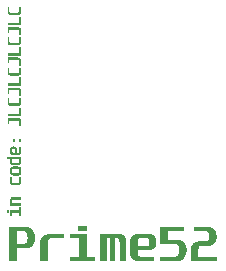
<source format=gbr>
%TF.GenerationSoftware,KiCad,Pcbnew,7.0.5*%
%TF.CreationDate,2024-03-19T15:00:49+08:00*%
%TF.ProjectId,J-50x,4a2d3530-782e-46b6-9963-61645f706362,rev?*%
%TF.SameCoordinates,Original*%
%TF.FileFunction,Legend,Top*%
%TF.FilePolarity,Positive*%
%FSLAX46Y46*%
G04 Gerber Fmt 4.6, Leading zero omitted, Abs format (unit mm)*
G04 Created by KiCad (PCBNEW 7.0.5) date 2024-03-19 15:00:49*
%MOMM*%
%LPD*%
G01*
G04 APERTURE LIST*
%ADD10C,0.150000*%
%ADD11C,0.625000*%
G04 APERTURE END LIST*
D10*
G36*
X35532002Y-131150195D02*
G01*
X35703949Y-131150195D01*
X35703949Y-131407627D01*
X35532002Y-131407627D01*
X35532002Y-131150195D01*
G37*
G36*
X35813370Y-131169734D02*
G01*
X36578583Y-131169734D01*
X36578583Y-130925003D01*
X36720000Y-130925003D01*
X36720000Y-131636727D01*
X36578583Y-131636727D01*
X36578583Y-131387843D01*
X35954787Y-131387843D01*
X35954787Y-131636727D01*
X35813370Y-131636727D01*
X35813370Y-131169734D01*
G37*
G36*
X35813370Y-130290949D02*
G01*
X35813482Y-130279255D01*
X35813817Y-130267896D01*
X35814375Y-130256872D01*
X35815156Y-130246183D01*
X35816161Y-130235829D01*
X35817389Y-130225810D01*
X35818840Y-130216126D01*
X35821122Y-130203734D01*
X35823801Y-130191938D01*
X35826071Y-130183482D01*
X35829547Y-130172636D01*
X35833627Y-130162324D01*
X35838310Y-130152547D01*
X35843595Y-130143304D01*
X35849484Y-130134595D01*
X35855975Y-130126420D01*
X35863070Y-130118780D01*
X35870767Y-130111674D01*
X35879060Y-130105064D01*
X35888063Y-130098913D01*
X35897775Y-130093219D01*
X35908197Y-130087983D01*
X35919329Y-130083205D01*
X35931171Y-130078885D01*
X35940519Y-130075945D01*
X35950265Y-130073263D01*
X35956985Y-130071618D01*
X35967440Y-130069349D01*
X35978380Y-130067302D01*
X35989805Y-130065479D01*
X36001716Y-130063879D01*
X36014111Y-130062502D01*
X36026992Y-130061349D01*
X36040358Y-130060419D01*
X36054209Y-130059712D01*
X36068545Y-130059228D01*
X36078372Y-130059029D01*
X36088414Y-130058930D01*
X36093517Y-130058918D01*
X36720000Y-130058918D01*
X36720000Y-130274096D01*
X36107927Y-130274096D01*
X36096814Y-130274164D01*
X36086189Y-130274371D01*
X36076053Y-130274714D01*
X36064070Y-130275337D01*
X36052850Y-130276174D01*
X36042394Y-130277226D01*
X36032700Y-130278492D01*
X36021981Y-130280272D01*
X36012172Y-130282499D01*
X36001879Y-130285662D01*
X35992825Y-130289432D01*
X35986050Y-130293147D01*
X35977225Y-130299518D01*
X35969984Y-130306817D01*
X35964328Y-130315043D01*
X35961870Y-130320013D01*
X35958446Y-130329583D01*
X35956142Y-130340158D01*
X35955036Y-130350401D01*
X35954787Y-130358604D01*
X35954787Y-130575247D01*
X36720000Y-130575247D01*
X36720000Y-130793356D01*
X35813370Y-130793356D01*
X35813370Y-130290949D01*
G37*
G36*
X35813370Y-128360453D02*
G01*
X35954787Y-128360453D01*
X35954787Y-128764187D01*
X35955126Y-128774891D01*
X35956142Y-128784776D01*
X35958135Y-128795073D01*
X35961434Y-128805379D01*
X35961870Y-128806441D01*
X35966627Y-128815321D01*
X35972929Y-128823004D01*
X35980778Y-128829489D01*
X35985806Y-128832575D01*
X35995041Y-128836788D01*
X36004449Y-128839973D01*
X36015097Y-128842692D01*
X36025209Y-128844649D01*
X36032456Y-128845764D01*
X36044088Y-128847175D01*
X36054621Y-128848128D01*
X36065917Y-128848878D01*
X36077977Y-128849425D01*
X36088174Y-128849717D01*
X36098859Y-128849879D01*
X36107194Y-128849916D01*
X36435945Y-128849916D01*
X36449195Y-128849734D01*
X36461774Y-128849191D01*
X36473681Y-128848284D01*
X36484916Y-128847015D01*
X36495479Y-128845384D01*
X36505371Y-128843390D01*
X36518949Y-128839719D01*
X36531017Y-128835233D01*
X36541572Y-128829930D01*
X36550617Y-128823812D01*
X36558150Y-128816879D01*
X36564173Y-128809129D01*
X36567348Y-128803510D01*
X36570584Y-128793983D01*
X36572779Y-128782756D01*
X36574194Y-128772231D01*
X36575412Y-128759904D01*
X36576432Y-128745773D01*
X36577003Y-128735351D01*
X36577486Y-128724127D01*
X36577881Y-128712102D01*
X36578188Y-128699275D01*
X36578407Y-128685647D01*
X36578539Y-128671218D01*
X36578583Y-128655987D01*
X36578583Y-128645430D01*
X36578583Y-128635395D01*
X36578583Y-128624450D01*
X36578583Y-128614634D01*
X36578583Y-128604185D01*
X36578583Y-128597613D01*
X36578583Y-128585928D01*
X36578583Y-128575910D01*
X36578583Y-128565297D01*
X36578583Y-128554089D01*
X36578583Y-128542285D01*
X36578583Y-128529886D01*
X36578583Y-128516891D01*
X36578583Y-128506755D01*
X36578583Y-128360453D01*
X36720000Y-128360453D01*
X36720000Y-128837459D01*
X36719864Y-128848893D01*
X36719459Y-128860022D01*
X36718782Y-128870846D01*
X36717836Y-128881366D01*
X36716619Y-128891580D01*
X36715131Y-128901490D01*
X36712727Y-128914229D01*
X36709841Y-128926426D01*
X36706476Y-128938081D01*
X36704612Y-128943705D01*
X36700407Y-128954505D01*
X36695606Y-128964801D01*
X36690210Y-128974594D01*
X36684218Y-128983883D01*
X36677631Y-128992668D01*
X36670449Y-129000949D01*
X36662671Y-129008727D01*
X36654298Y-129016001D01*
X36645288Y-129022794D01*
X36635598Y-129029129D01*
X36625229Y-129035006D01*
X36614181Y-129040425D01*
X36602454Y-129045386D01*
X36593212Y-129048807D01*
X36583589Y-129051969D01*
X36573583Y-129054875D01*
X36563196Y-129057522D01*
X36552335Y-129059923D01*
X36541002Y-129062087D01*
X36529197Y-129064016D01*
X36516919Y-129065708D01*
X36504169Y-129067164D01*
X36490947Y-129068384D01*
X36477253Y-129069368D01*
X36463087Y-129070116D01*
X36448448Y-129070628D01*
X36438426Y-129070837D01*
X36428195Y-129070942D01*
X36423000Y-129070956D01*
X36108904Y-129070956D01*
X36098746Y-129070903D01*
X36088788Y-129070746D01*
X36074227Y-129070313D01*
X36060117Y-129069644D01*
X36046458Y-129068739D01*
X36033250Y-129067597D01*
X36020492Y-129066220D01*
X36008185Y-129064606D01*
X35996329Y-129062756D01*
X35984924Y-129060671D01*
X35973970Y-129058349D01*
X35970418Y-129057522D01*
X35959987Y-129054875D01*
X35949942Y-129051969D01*
X35940283Y-129048807D01*
X35931011Y-129045386D01*
X35919249Y-129040425D01*
X35908174Y-129035006D01*
X35897786Y-129029129D01*
X35888085Y-129022794D01*
X35879071Y-129016001D01*
X35870702Y-129008727D01*
X35862936Y-129000949D01*
X35855773Y-128992668D01*
X35849213Y-128983883D01*
X35843255Y-128974594D01*
X35837901Y-128964801D01*
X35833150Y-128954505D01*
X35829002Y-128943705D01*
X35825338Y-128932321D01*
X35822163Y-128920395D01*
X35819476Y-128907927D01*
X35817782Y-128898221D01*
X35816362Y-128888209D01*
X35815217Y-128877893D01*
X35814347Y-128867272D01*
X35813752Y-128856346D01*
X35813431Y-128845116D01*
X35813370Y-128837459D01*
X35813370Y-128360453D01*
G37*
G36*
X36433337Y-127476102D02*
G01*
X36443463Y-127476260D01*
X36453380Y-127476522D01*
X36467861Y-127477112D01*
X36481870Y-127477939D01*
X36495407Y-127479001D01*
X36508472Y-127480300D01*
X36521064Y-127481835D01*
X36533184Y-127483606D01*
X36544832Y-127485613D01*
X36556008Y-127487856D01*
X36563196Y-127489483D01*
X36573583Y-127492096D01*
X36583589Y-127494987D01*
X36593212Y-127498158D01*
X36602454Y-127501607D01*
X36614181Y-127506641D01*
X36625229Y-127512171D01*
X36635598Y-127518197D01*
X36645288Y-127524719D01*
X36654298Y-127531737D01*
X36662671Y-127539183D01*
X36670449Y-127547109D01*
X36677631Y-127555516D01*
X36684218Y-127564405D01*
X36690210Y-127573774D01*
X36695606Y-127583623D01*
X36700407Y-127593954D01*
X36704612Y-127604766D01*
X36708219Y-127616073D01*
X36711344Y-127627892D01*
X36713989Y-127640223D01*
X36716153Y-127653065D01*
X36717460Y-127663032D01*
X36718497Y-127673286D01*
X36719263Y-127683829D01*
X36719759Y-127694659D01*
X36719984Y-127705776D01*
X36720000Y-127709546D01*
X36720000Y-128010697D01*
X36719864Y-128022400D01*
X36719459Y-128033784D01*
X36718782Y-128044851D01*
X36717836Y-128055600D01*
X36716619Y-128066031D01*
X36715131Y-128076145D01*
X36713373Y-128085941D01*
X36710608Y-128098508D01*
X36707362Y-128110510D01*
X36704612Y-128119141D01*
X36700407Y-128130113D01*
X36695606Y-128140558D01*
X36690210Y-128150477D01*
X36684218Y-128159869D01*
X36677631Y-128168734D01*
X36670449Y-128177073D01*
X36662671Y-128184884D01*
X36654298Y-128192170D01*
X36645288Y-128198951D01*
X36635598Y-128205252D01*
X36625229Y-128211072D01*
X36614181Y-128216411D01*
X36602454Y-128221269D01*
X36593212Y-128224597D01*
X36583589Y-128227655D01*
X36573583Y-128230442D01*
X36563196Y-128232958D01*
X36552335Y-128235228D01*
X36541002Y-128237275D01*
X36529197Y-128239098D01*
X36516919Y-128240698D01*
X36504169Y-128242075D01*
X36490947Y-128243228D01*
X36477253Y-128244158D01*
X36463087Y-128244865D01*
X36448448Y-128245349D01*
X36438426Y-128245547D01*
X36428195Y-128245647D01*
X36423000Y-128245659D01*
X36108904Y-128245659D01*
X36098746Y-128245609D01*
X36088788Y-128245461D01*
X36074227Y-128245051D01*
X36060117Y-128244419D01*
X36046458Y-128243563D01*
X36033250Y-128242484D01*
X36020492Y-128241181D01*
X36008185Y-128239656D01*
X35996329Y-128237907D01*
X35984924Y-128235935D01*
X35973970Y-128233740D01*
X35970418Y-128232958D01*
X35959987Y-128230442D01*
X35949942Y-128227655D01*
X35940283Y-128224597D01*
X35931011Y-128221269D01*
X35919249Y-128216411D01*
X35908174Y-128211072D01*
X35897786Y-128205252D01*
X35888085Y-128198951D01*
X35879071Y-128192170D01*
X35870702Y-128184884D01*
X35862936Y-128177073D01*
X35855773Y-128168734D01*
X35849213Y-128159869D01*
X35843255Y-128150477D01*
X35837901Y-128140558D01*
X35833150Y-128130113D01*
X35829002Y-128119141D01*
X35825338Y-128107563D01*
X35822163Y-128095419D01*
X35819476Y-128082711D01*
X35817782Y-128072809D01*
X35816362Y-128062589D01*
X35815217Y-128052052D01*
X35814347Y-128041197D01*
X35813752Y-128030024D01*
X35813431Y-128018534D01*
X35813370Y-128010697D01*
X35813370Y-127938890D01*
X35954787Y-127938890D01*
X35955351Y-127950408D01*
X35957046Y-127961024D01*
X35959870Y-127970741D01*
X35964989Y-127981620D01*
X35971872Y-127991091D01*
X35980521Y-127999155D01*
X35988711Y-128004594D01*
X35990935Y-128005812D01*
X36000609Y-128010220D01*
X36011680Y-128014040D01*
X36024148Y-128017273D01*
X36034415Y-128019311D01*
X36045468Y-128021019D01*
X36057307Y-128022397D01*
X36069932Y-128023444D01*
X36083342Y-128024160D01*
X36097538Y-128024546D01*
X36107438Y-128024619D01*
X36418848Y-128024619D01*
X36429258Y-128024546D01*
X36439300Y-128024325D01*
X36453672Y-128023719D01*
X36467215Y-128022783D01*
X36479930Y-128021515D01*
X36491816Y-128019918D01*
X36502873Y-128017989D01*
X36513102Y-128015730D01*
X36525451Y-128012204D01*
X36536328Y-128008090D01*
X36541214Y-128005812D01*
X36549972Y-128000599D01*
X36559278Y-127992817D01*
X36566759Y-127983626D01*
X36572416Y-127973029D01*
X36575627Y-127963538D01*
X36577671Y-127953146D01*
X36578546Y-127941854D01*
X36578583Y-127938890D01*
X36578583Y-127784040D01*
X36577999Y-127772248D01*
X36576247Y-127761417D01*
X36573328Y-127751548D01*
X36569241Y-127742641D01*
X36562489Y-127732859D01*
X36553913Y-127724580D01*
X36545739Y-127719039D01*
X36541214Y-127716629D01*
X36531116Y-127712336D01*
X36519629Y-127708615D01*
X36510102Y-127706200D01*
X36499794Y-127704107D01*
X36488704Y-127702336D01*
X36476833Y-127700887D01*
X36464180Y-127699760D01*
X36450747Y-127698955D01*
X36436531Y-127698472D01*
X36426620Y-127698329D01*
X36421535Y-127698311D01*
X36107438Y-127698311D01*
X36097538Y-127698382D01*
X36083342Y-127698758D01*
X36069932Y-127699456D01*
X36057307Y-127700475D01*
X36045468Y-127701817D01*
X36034415Y-127703481D01*
X36024148Y-127705466D01*
X36011680Y-127708615D01*
X36000609Y-127712336D01*
X35990935Y-127716629D01*
X35982462Y-127721689D01*
X35973461Y-127729367D01*
X35966224Y-127738548D01*
X35960752Y-127749231D01*
X35957646Y-127758860D01*
X35955669Y-127769450D01*
X35954822Y-127781002D01*
X35954787Y-127784040D01*
X35954787Y-127938890D01*
X35813370Y-127938890D01*
X35813370Y-127709546D01*
X35813507Y-127698339D01*
X35813920Y-127687432D01*
X35814607Y-127676826D01*
X35815568Y-127666521D01*
X35816805Y-127656516D01*
X35818316Y-127646812D01*
X35820758Y-127634340D01*
X35823689Y-127622403D01*
X35827109Y-127611000D01*
X35829002Y-127605498D01*
X35833150Y-127594801D01*
X35837901Y-127584570D01*
X35843255Y-127574804D01*
X35849213Y-127565504D01*
X35855773Y-127556669D01*
X35862936Y-127548300D01*
X35870702Y-127540396D01*
X35879071Y-127532958D01*
X35888085Y-127525986D01*
X35897786Y-127519479D01*
X35908174Y-127513438D01*
X35919249Y-127507862D01*
X35931011Y-127502752D01*
X35940283Y-127499225D01*
X35949942Y-127495960D01*
X35959987Y-127492957D01*
X35970418Y-127490216D01*
X35981222Y-127487684D01*
X35992477Y-127485402D01*
X36004183Y-127483368D01*
X36016340Y-127481583D01*
X36028947Y-127480048D01*
X36042005Y-127478761D01*
X36055514Y-127477724D01*
X36069474Y-127476935D01*
X36083885Y-127476396D01*
X36093742Y-127476174D01*
X36103800Y-127476064D01*
X36108904Y-127476050D01*
X36423000Y-127476050D01*
X36433337Y-127476102D01*
G37*
G36*
X36720000Y-127134598D02*
G01*
X36719845Y-127146076D01*
X36719381Y-127157244D01*
X36718608Y-127168103D01*
X36717527Y-127178654D01*
X36716136Y-127188895D01*
X36714435Y-127198826D01*
X36712426Y-127208449D01*
X36709266Y-127220799D01*
X36705557Y-127232599D01*
X36702414Y-127241088D01*
X36697640Y-127251888D01*
X36692232Y-127262185D01*
X36686191Y-127271977D01*
X36679516Y-127281266D01*
X36672208Y-127290051D01*
X36664266Y-127298333D01*
X36655691Y-127306110D01*
X36646482Y-127313384D01*
X36636613Y-127320177D01*
X36626058Y-127326512D01*
X36614815Y-127332389D01*
X36605932Y-127336496D01*
X36596663Y-127340346D01*
X36587007Y-127343938D01*
X36576965Y-127347273D01*
X36566536Y-127350350D01*
X36555721Y-127353169D01*
X36548297Y-127354905D01*
X36536771Y-127357306D01*
X36524815Y-127359471D01*
X36512430Y-127361399D01*
X36499616Y-127363091D01*
X36486373Y-127364547D01*
X36472700Y-127365767D01*
X36458598Y-127366751D01*
X36444066Y-127367499D01*
X36434140Y-127367866D01*
X36424023Y-127368129D01*
X36413715Y-127368286D01*
X36403217Y-127368339D01*
X36130153Y-127368339D01*
X36119655Y-127368286D01*
X36109350Y-127368129D01*
X36099238Y-127367866D01*
X36089319Y-127367499D01*
X36074801Y-127366751D01*
X36060716Y-127365767D01*
X36047066Y-127364547D01*
X36033849Y-127363091D01*
X36021065Y-127361399D01*
X36008716Y-127359471D01*
X35996800Y-127357306D01*
X35985317Y-127354905D01*
X35974201Y-127352258D01*
X35963475Y-127349353D01*
X35953141Y-127346190D01*
X35943197Y-127342769D01*
X35933643Y-127339092D01*
X35924481Y-127335156D01*
X35912871Y-127329508D01*
X35901957Y-127323402D01*
X35891737Y-127316838D01*
X35886887Y-127313384D01*
X35877682Y-127306110D01*
X35869118Y-127298333D01*
X35861196Y-127290051D01*
X35853914Y-127281266D01*
X35847274Y-127271977D01*
X35841275Y-127262185D01*
X35835917Y-127251888D01*
X35831200Y-127241088D01*
X35827021Y-127229700D01*
X35823399Y-127217763D01*
X35820335Y-127205276D01*
X35818402Y-127195550D01*
X35816783Y-127185515D01*
X35815477Y-127175171D01*
X35814484Y-127164518D01*
X35813805Y-127153556D01*
X35813440Y-127142284D01*
X35813370Y-127134598D01*
X35813370Y-126860314D01*
X35954787Y-126860314D01*
X35954787Y-127065722D01*
X35955091Y-127075855D01*
X35956182Y-127086605D01*
X35958067Y-127096470D01*
X35961137Y-127106510D01*
X35965617Y-127115507D01*
X35971913Y-127123538D01*
X35980025Y-127130602D01*
X35985317Y-127134110D01*
X35994873Y-127139010D01*
X36004487Y-127142721D01*
X36015269Y-127145895D01*
X36025442Y-127148188D01*
X36032700Y-127149497D01*
X36044384Y-127151157D01*
X36055038Y-127152278D01*
X36066528Y-127153161D01*
X36076320Y-127153695D01*
X36086647Y-127154077D01*
X36097508Y-127154306D01*
X36108904Y-127154382D01*
X36324082Y-127154382D01*
X36334541Y-127154354D01*
X36344732Y-127154271D01*
X36354653Y-127154133D01*
X36369031Y-127153822D01*
X36382803Y-127153386D01*
X36395970Y-127152826D01*
X36408532Y-127152141D01*
X36420488Y-127151332D01*
X36431839Y-127150398D01*
X36442584Y-127149339D01*
X36452724Y-127148157D01*
X36459148Y-127147299D01*
X36471303Y-127145364D01*
X36482733Y-127143101D01*
X36493438Y-127140510D01*
X36503417Y-127137590D01*
X36512672Y-127134343D01*
X36523220Y-127129821D01*
X36532636Y-127124788D01*
X36536085Y-127122630D01*
X36544015Y-127116813D01*
X36552304Y-127108982D01*
X36559254Y-127100223D01*
X36564864Y-127090538D01*
X36569134Y-127079925D01*
X36570767Y-127074270D01*
X36573019Y-127064165D01*
X36574889Y-127053238D01*
X36576377Y-127041487D01*
X36577293Y-127031494D01*
X36577965Y-127020975D01*
X36578392Y-127009928D01*
X36578575Y-126998355D01*
X36578583Y-126995380D01*
X36578583Y-126860314D01*
X35954787Y-126860314D01*
X35813370Y-126860314D01*
X35532002Y-126860314D01*
X35532002Y-126642205D01*
X36720000Y-126642205D01*
X36720000Y-127134598D01*
G37*
G36*
X36099985Y-125781927D02*
G01*
X36116582Y-125782497D01*
X36132561Y-125783446D01*
X36147922Y-125784775D01*
X36162664Y-125786484D01*
X36176788Y-125788572D01*
X36190294Y-125791040D01*
X36203182Y-125793888D01*
X36215451Y-125797116D01*
X36227102Y-125800723D01*
X36238135Y-125804710D01*
X36248550Y-125809077D01*
X36258346Y-125813824D01*
X36267524Y-125818950D01*
X36276084Y-125824456D01*
X36284026Y-125830341D01*
X36294895Y-125839867D01*
X36304694Y-125850217D01*
X36313425Y-125861391D01*
X36321086Y-125873389D01*
X36327678Y-125886212D01*
X36331479Y-125895218D01*
X36334805Y-125904591D01*
X36337656Y-125914330D01*
X36340032Y-125924436D01*
X36341932Y-125934908D01*
X36343358Y-125945746D01*
X36344308Y-125956951D01*
X36344783Y-125968522D01*
X36344842Y-125974445D01*
X36344842Y-126299532D01*
X36424710Y-126299532D01*
X36436983Y-126299456D01*
X36448646Y-126299227D01*
X36459698Y-126298845D01*
X36470139Y-126298311D01*
X36479970Y-126297624D01*
X36491400Y-126296550D01*
X36501875Y-126295239D01*
X36505799Y-126294647D01*
X36516824Y-126292540D01*
X36526819Y-126289884D01*
X36537177Y-126286091D01*
X36546133Y-126281550D01*
X36552693Y-126277062D01*
X36560051Y-126270146D01*
X36566004Y-126262102D01*
X36570553Y-126252927D01*
X36573698Y-126242623D01*
X36575601Y-126232515D01*
X36577037Y-126221426D01*
X36577896Y-126211139D01*
X36578411Y-126200131D01*
X36578583Y-126188401D01*
X36578583Y-125859162D01*
X36720000Y-125859162D01*
X36720000Y-126286831D01*
X36719864Y-126298302D01*
X36719459Y-126309451D01*
X36718782Y-126320279D01*
X36717836Y-126330784D01*
X36716619Y-126340967D01*
X36715131Y-126350828D01*
X36712727Y-126363475D01*
X36709841Y-126375550D01*
X36706476Y-126387052D01*
X36704612Y-126392588D01*
X36700407Y-126403217D01*
X36695606Y-126413364D01*
X36690210Y-126423031D01*
X36684218Y-126432217D01*
X36677631Y-126440922D01*
X36670449Y-126449146D01*
X36662671Y-126456889D01*
X36654298Y-126464152D01*
X36645288Y-126470945D01*
X36635598Y-126477280D01*
X36625229Y-126483157D01*
X36614181Y-126488576D01*
X36602454Y-126493537D01*
X36593212Y-126496957D01*
X36583589Y-126500120D01*
X36573583Y-126503025D01*
X36563196Y-126505673D01*
X36552335Y-126508074D01*
X36541002Y-126510238D01*
X36529197Y-126512167D01*
X36516919Y-126513859D01*
X36504169Y-126515315D01*
X36490947Y-126516535D01*
X36477253Y-126517519D01*
X36463087Y-126518267D01*
X36448448Y-126518778D01*
X36438426Y-126518988D01*
X36428195Y-126519093D01*
X36423000Y-126519106D01*
X36108904Y-126519106D01*
X36098746Y-126519054D01*
X36088788Y-126518896D01*
X36074227Y-126518463D01*
X36060117Y-126517794D01*
X36046458Y-126516889D01*
X36033250Y-126515748D01*
X36020492Y-126514370D01*
X36008185Y-126512757D01*
X35996329Y-126510907D01*
X35984924Y-126508821D01*
X35973970Y-126506499D01*
X35970418Y-126505673D01*
X35959987Y-126503025D01*
X35949942Y-126500120D01*
X35940283Y-126496957D01*
X35931011Y-126493537D01*
X35919249Y-126488576D01*
X35908174Y-126483157D01*
X35897786Y-126477280D01*
X35888085Y-126470945D01*
X35879071Y-126464152D01*
X35870702Y-126456889D01*
X35862936Y-126449146D01*
X35855773Y-126440922D01*
X35849213Y-126432217D01*
X35843255Y-126423031D01*
X35837901Y-126413364D01*
X35833150Y-126403217D01*
X35829002Y-126392588D01*
X35825338Y-126381372D01*
X35822163Y-126369584D01*
X35819476Y-126357223D01*
X35817782Y-126347576D01*
X35816362Y-126337608D01*
X35815217Y-126327318D01*
X35814347Y-126316705D01*
X35813752Y-126305771D01*
X35813431Y-126294514D01*
X35813370Y-126286831D01*
X35813370Y-126213803D01*
X35954787Y-126213803D01*
X35955137Y-126224423D01*
X35956189Y-126234272D01*
X35958250Y-126244584D01*
X35961663Y-126254980D01*
X35962114Y-126256057D01*
X35967047Y-126264976D01*
X35973603Y-126272775D01*
X35981782Y-126279453D01*
X35987027Y-126282679D01*
X35996476Y-126287182D01*
X36006021Y-126290497D01*
X36016759Y-126293226D01*
X36026911Y-126295101D01*
X36034166Y-126296113D01*
X36045881Y-126297275D01*
X36056470Y-126298059D01*
X36067810Y-126298677D01*
X36079902Y-126299128D01*
X36090116Y-126299368D01*
X36100811Y-126299502D01*
X36109148Y-126299532D01*
X36219790Y-126299532D01*
X36219790Y-126063105D01*
X36219515Y-126052267D01*
X36218691Y-126042222D01*
X36217107Y-126031871D01*
X36215394Y-126024515D01*
X36211668Y-126015060D01*
X36205987Y-126006845D01*
X36198349Y-125999871D01*
X36196587Y-125998625D01*
X36187378Y-125993456D01*
X36177570Y-125989639D01*
X36167736Y-125986901D01*
X36156733Y-125984724D01*
X36155066Y-125984459D01*
X36144272Y-125982965D01*
X36134320Y-125981956D01*
X36123497Y-125981161D01*
X36111804Y-125980582D01*
X36101823Y-125980273D01*
X36091284Y-125980101D01*
X36083014Y-125980062D01*
X36072371Y-125980120D01*
X36062299Y-125980291D01*
X36050515Y-125980667D01*
X36039626Y-125981222D01*
X36029631Y-125981955D01*
X36018817Y-125983071D01*
X36013893Y-125983726D01*
X36003281Y-125985502D01*
X35992641Y-125988220D01*
X35982569Y-125992152D01*
X35975303Y-125996427D01*
X35967361Y-126003505D01*
X35961670Y-126012316D01*
X35958450Y-126021828D01*
X35956679Y-126031610D01*
X35955592Y-126041506D01*
X35954962Y-126052531D01*
X35954787Y-126063105D01*
X35954787Y-126213803D01*
X35813370Y-126213803D01*
X35813370Y-125974445D01*
X35813622Y-125963535D01*
X35814378Y-125952909D01*
X35815637Y-125942568D01*
X35817400Y-125932511D01*
X35819667Y-125922739D01*
X35822438Y-125913250D01*
X35827538Y-125899551D01*
X35833772Y-125886492D01*
X35841139Y-125874072D01*
X35849640Y-125862291D01*
X35855937Y-125854793D01*
X35862738Y-125847580D01*
X35870042Y-125840650D01*
X35877850Y-125834005D01*
X35886207Y-125827676D01*
X35895157Y-125821755D01*
X35904701Y-125816242D01*
X35914838Y-125811138D01*
X35925568Y-125806442D01*
X35936892Y-125802154D01*
X35948809Y-125798275D01*
X35961320Y-125794804D01*
X35974424Y-125791742D01*
X35988122Y-125789087D01*
X36002413Y-125786841D01*
X36017298Y-125785004D01*
X36032775Y-125783575D01*
X36048847Y-125782554D01*
X36065512Y-125781941D01*
X36082770Y-125781737D01*
X36099985Y-125781927D01*
G37*
G36*
X36032212Y-125167466D02*
G01*
X36219790Y-125167466D01*
X36219790Y-125424898D01*
X36032212Y-125424898D01*
X36032212Y-125167466D01*
G37*
G36*
X36532421Y-125167466D02*
G01*
X36720000Y-125167466D01*
X36720000Y-125424898D01*
X36532421Y-125424898D01*
X36532421Y-125167466D01*
G37*
G36*
X35578897Y-123373307D02*
G01*
X36410788Y-123373307D01*
X36422633Y-123373445D01*
X36434353Y-123373857D01*
X36445948Y-123374544D01*
X36457419Y-123375505D01*
X36468766Y-123376742D01*
X36479988Y-123378253D01*
X36491086Y-123380039D01*
X36502059Y-123382100D01*
X36512907Y-123384436D01*
X36523631Y-123387046D01*
X36530711Y-123388939D01*
X36541168Y-123391942D01*
X36551379Y-123395181D01*
X36561346Y-123398657D01*
X36571069Y-123402368D01*
X36580546Y-123406316D01*
X36589779Y-123410500D01*
X36598767Y-123414920D01*
X36607510Y-123419576D01*
X36616009Y-123424468D01*
X36626960Y-123431359D01*
X36629630Y-123433147D01*
X36639911Y-123440531D01*
X36649627Y-123448275D01*
X36658779Y-123456377D01*
X36667365Y-123464837D01*
X36675387Y-123473657D01*
X36682844Y-123482835D01*
X36689736Y-123492372D01*
X36696064Y-123502267D01*
X36701674Y-123512423D01*
X36706536Y-123522860D01*
X36710650Y-123533580D01*
X36714016Y-123544583D01*
X36716634Y-123555867D01*
X36718504Y-123567435D01*
X36719626Y-123579284D01*
X36720000Y-123591416D01*
X36720000Y-124065491D01*
X36578583Y-124065491D01*
X36578583Y-123683007D01*
X36577698Y-123672032D01*
X36575041Y-123661575D01*
X36570614Y-123651637D01*
X36565288Y-123643368D01*
X36564417Y-123642219D01*
X36557752Y-123634473D01*
X36550151Y-123627265D01*
X36541616Y-123620595D01*
X36532146Y-123614463D01*
X36526315Y-123611200D01*
X36517116Y-123606635D01*
X36507470Y-123602464D01*
X36497378Y-123598689D01*
X36486839Y-123595309D01*
X36475854Y-123592323D01*
X36472093Y-123591416D01*
X36462505Y-123589376D01*
X36452821Y-123587681D01*
X36443041Y-123586332D01*
X36433167Y-123585329D01*
X36423197Y-123584672D01*
X36413131Y-123584361D01*
X36409078Y-123584333D01*
X35720314Y-123584333D01*
X35720314Y-123863014D01*
X35578897Y-123863014D01*
X35578897Y-123373307D01*
G37*
G36*
X35578897Y-123009630D02*
G01*
X36578583Y-123009630D01*
X36578583Y-122506001D01*
X36720000Y-122506001D01*
X36720000Y-123227739D01*
X35578897Y-123227739D01*
X35578897Y-123009630D01*
G37*
G36*
X35578897Y-121673621D02*
G01*
X35720314Y-121673621D01*
X35720314Y-122038032D01*
X35720991Y-122048235D01*
X35723025Y-122057900D01*
X35727009Y-122068288D01*
X35731948Y-122076802D01*
X35734480Y-122080286D01*
X35741110Y-122087971D01*
X35748605Y-122095212D01*
X35756965Y-122102009D01*
X35766189Y-122108362D01*
X35771849Y-122111793D01*
X35780833Y-122116607D01*
X35790385Y-122120975D01*
X35800502Y-122124896D01*
X35811187Y-122128371D01*
X35822439Y-122131399D01*
X35826315Y-122132309D01*
X35836074Y-122134280D01*
X35845964Y-122135916D01*
X35855985Y-122137218D01*
X35866138Y-122138186D01*
X35876422Y-122138821D01*
X35886837Y-122139121D01*
X35891039Y-122139148D01*
X36409078Y-122139148D01*
X36419182Y-122138981D01*
X36429190Y-122138480D01*
X36439103Y-122137645D01*
X36448920Y-122136477D01*
X36458642Y-122134974D01*
X36468269Y-122133137D01*
X36472093Y-122132309D01*
X36483227Y-122129456D01*
X36493915Y-122126207D01*
X36504156Y-122122563D01*
X36513950Y-122118525D01*
X36523298Y-122114091D01*
X36526315Y-122112526D01*
X36534947Y-122107548D01*
X36544150Y-122101199D01*
X36552418Y-122094265D01*
X36559751Y-122086746D01*
X36564417Y-122081018D01*
X36569937Y-122072450D01*
X36574101Y-122063414D01*
X36576909Y-122053910D01*
X36578362Y-122043939D01*
X36578583Y-122038032D01*
X36578583Y-121673621D01*
X36720000Y-121673621D01*
X36720000Y-122132309D01*
X36719626Y-122144434D01*
X36718504Y-122156260D01*
X36716634Y-122167789D01*
X36714016Y-122179021D01*
X36710650Y-122189954D01*
X36706536Y-122200590D01*
X36701674Y-122210929D01*
X36696064Y-122220969D01*
X36689748Y-122230625D01*
X36682890Y-122239929D01*
X36675490Y-122248882D01*
X36667548Y-122257484D01*
X36659065Y-122265735D01*
X36650039Y-122273634D01*
X36640472Y-122281183D01*
X36630362Y-122288381D01*
X36619692Y-122295208D01*
X36608564Y-122301646D01*
X36599917Y-122306219D01*
X36591013Y-122310573D01*
X36581851Y-122314708D01*
X36572431Y-122318625D01*
X36562754Y-122322322D01*
X36552819Y-122325800D01*
X36542627Y-122329060D01*
X36532177Y-122332100D01*
X36521523Y-122334850D01*
X36510719Y-122337329D01*
X36499764Y-122339538D01*
X36488660Y-122341477D01*
X36477405Y-122343145D01*
X36465999Y-122344542D01*
X36454444Y-122345669D01*
X36442738Y-122346526D01*
X36430882Y-122347112D01*
X36418876Y-122347427D01*
X36410788Y-122347487D01*
X35892505Y-122347487D01*
X35880130Y-122347352D01*
X35867918Y-122346946D01*
X35855870Y-122346270D01*
X35843984Y-122345323D01*
X35832262Y-122344106D01*
X35820703Y-122342619D01*
X35809307Y-122340861D01*
X35798074Y-122338832D01*
X35787005Y-122336533D01*
X35776098Y-122333963D01*
X35768918Y-122332100D01*
X35758333Y-122329053D01*
X35748009Y-122325774D01*
X35737948Y-122322264D01*
X35728148Y-122318522D01*
X35718611Y-122314547D01*
X35709335Y-122310341D01*
X35700321Y-122305904D01*
X35691569Y-122301234D01*
X35683079Y-122296332D01*
X35672166Y-122289436D01*
X35669511Y-122287648D01*
X35659176Y-122280279D01*
X35649422Y-122272581D01*
X35640248Y-122264555D01*
X35631653Y-122256202D01*
X35623639Y-122247519D01*
X35616205Y-122238509D01*
X35609351Y-122229171D01*
X35603077Y-122219504D01*
X35597410Y-122209486D01*
X35592498Y-122199217D01*
X35588342Y-122188695D01*
X35584942Y-122177922D01*
X35582297Y-122166896D01*
X35580408Y-122155619D01*
X35579275Y-122144090D01*
X35578897Y-122132309D01*
X35578897Y-121673621D01*
G37*
G36*
X35578897Y-120808757D02*
G01*
X36410788Y-120808757D01*
X36422633Y-120808895D01*
X36434353Y-120809307D01*
X36445948Y-120809994D01*
X36457419Y-120810956D01*
X36468766Y-120812192D01*
X36479988Y-120813703D01*
X36491086Y-120815489D01*
X36502059Y-120817550D01*
X36512907Y-120819886D01*
X36523631Y-120822496D01*
X36530711Y-120824389D01*
X36541168Y-120827392D01*
X36551379Y-120830631D01*
X36561346Y-120834107D01*
X36571069Y-120837818D01*
X36580546Y-120841766D01*
X36589779Y-120845950D01*
X36598767Y-120850370D01*
X36607510Y-120855026D01*
X36616009Y-120859918D01*
X36626960Y-120866809D01*
X36629630Y-120868597D01*
X36639911Y-120875981D01*
X36649627Y-120883725D01*
X36658779Y-120891827D01*
X36667365Y-120900287D01*
X36675387Y-120909107D01*
X36682844Y-120918285D01*
X36689736Y-120927822D01*
X36696064Y-120937718D01*
X36701674Y-120947873D01*
X36706536Y-120958310D01*
X36710650Y-120969030D01*
X36714016Y-120980033D01*
X36716634Y-120991317D01*
X36718504Y-121002885D01*
X36719626Y-121014734D01*
X36720000Y-121026866D01*
X36720000Y-121500942D01*
X36578583Y-121500942D01*
X36578583Y-121118457D01*
X36577698Y-121107482D01*
X36575041Y-121097025D01*
X36570614Y-121087087D01*
X36565288Y-121078818D01*
X36564417Y-121077669D01*
X36557752Y-121069923D01*
X36550151Y-121062716D01*
X36541616Y-121056045D01*
X36532146Y-121049913D01*
X36526315Y-121046650D01*
X36517116Y-121042085D01*
X36507470Y-121037914D01*
X36497378Y-121034139D01*
X36486839Y-121030759D01*
X36475854Y-121027774D01*
X36472093Y-121026866D01*
X36462505Y-121024826D01*
X36452821Y-121023131D01*
X36443041Y-121021782D01*
X36433167Y-121020779D01*
X36423197Y-121020122D01*
X36413131Y-121019811D01*
X36409078Y-121019783D01*
X35720314Y-121019783D01*
X35720314Y-121298464D01*
X35578897Y-121298464D01*
X35578897Y-120808757D01*
G37*
G36*
X35578897Y-120445080D02*
G01*
X36578583Y-120445080D01*
X36578583Y-119941451D01*
X36720000Y-119941451D01*
X36720000Y-120663189D01*
X35578897Y-120663189D01*
X35578897Y-120445080D01*
G37*
G36*
X35578897Y-119109071D02*
G01*
X35720314Y-119109071D01*
X35720314Y-119473482D01*
X35720991Y-119483685D01*
X35723025Y-119493350D01*
X35727009Y-119503738D01*
X35731948Y-119512252D01*
X35734480Y-119515736D01*
X35741110Y-119523421D01*
X35748605Y-119530662D01*
X35756965Y-119537459D01*
X35766189Y-119543812D01*
X35771849Y-119547243D01*
X35780833Y-119552057D01*
X35790385Y-119556425D01*
X35800502Y-119560346D01*
X35811187Y-119563821D01*
X35822439Y-119566849D01*
X35826315Y-119567759D01*
X35836074Y-119569730D01*
X35845964Y-119571366D01*
X35855985Y-119572668D01*
X35866138Y-119573637D01*
X35876422Y-119574271D01*
X35886837Y-119574572D01*
X35891039Y-119574598D01*
X36409078Y-119574598D01*
X36419182Y-119574431D01*
X36429190Y-119573930D01*
X36439103Y-119573096D01*
X36448920Y-119571927D01*
X36458642Y-119570424D01*
X36468269Y-119568588D01*
X36472093Y-119567759D01*
X36483227Y-119564906D01*
X36493915Y-119561657D01*
X36504156Y-119558014D01*
X36513950Y-119553975D01*
X36523298Y-119549541D01*
X36526315Y-119547976D01*
X36534947Y-119542998D01*
X36544150Y-119536649D01*
X36552418Y-119529715D01*
X36559751Y-119522196D01*
X36564417Y-119516468D01*
X36569937Y-119507900D01*
X36574101Y-119498864D01*
X36576909Y-119489360D01*
X36578362Y-119479389D01*
X36578583Y-119473482D01*
X36578583Y-119109071D01*
X36720000Y-119109071D01*
X36720000Y-119567759D01*
X36719626Y-119579884D01*
X36718504Y-119591711D01*
X36716634Y-119603240D01*
X36714016Y-119614471D01*
X36710650Y-119625405D01*
X36706536Y-119636041D01*
X36701674Y-119646379D01*
X36696064Y-119656420D01*
X36689748Y-119666075D01*
X36682890Y-119675379D01*
X36675490Y-119684332D01*
X36667548Y-119692934D01*
X36659065Y-119701185D01*
X36650039Y-119709084D01*
X36640472Y-119716633D01*
X36630362Y-119723831D01*
X36619692Y-119730658D01*
X36608564Y-119737096D01*
X36599917Y-119741669D01*
X36591013Y-119746023D01*
X36581851Y-119750159D01*
X36572431Y-119754075D01*
X36562754Y-119757772D01*
X36552819Y-119761250D01*
X36542627Y-119764510D01*
X36532177Y-119767550D01*
X36521523Y-119770300D01*
X36510719Y-119772779D01*
X36499764Y-119774988D01*
X36488660Y-119776927D01*
X36477405Y-119778595D01*
X36465999Y-119779992D01*
X36454444Y-119781119D01*
X36442738Y-119781976D01*
X36430882Y-119782562D01*
X36418876Y-119782877D01*
X36410788Y-119782937D01*
X35892505Y-119782937D01*
X35880130Y-119782802D01*
X35867918Y-119782396D01*
X35855870Y-119781720D01*
X35843984Y-119780774D01*
X35832262Y-119779556D01*
X35820703Y-119778069D01*
X35809307Y-119776311D01*
X35798074Y-119774282D01*
X35787005Y-119771983D01*
X35776098Y-119769413D01*
X35768918Y-119767550D01*
X35758333Y-119764503D01*
X35748009Y-119761225D01*
X35737948Y-119757714D01*
X35728148Y-119753972D01*
X35718611Y-119749998D01*
X35709335Y-119745791D01*
X35700321Y-119741354D01*
X35691569Y-119736684D01*
X35683079Y-119731782D01*
X35672166Y-119724886D01*
X35669511Y-119723098D01*
X35659176Y-119715729D01*
X35649422Y-119708031D01*
X35640248Y-119700005D01*
X35631653Y-119691652D01*
X35623639Y-119682970D01*
X35616205Y-119673959D01*
X35609351Y-119664621D01*
X35603077Y-119654954D01*
X35597410Y-119644936D01*
X35592498Y-119634667D01*
X35588342Y-119624145D01*
X35584942Y-119613372D01*
X35582297Y-119602347D01*
X35580408Y-119591069D01*
X35579275Y-119579540D01*
X35578897Y-119567759D01*
X35578897Y-119109071D01*
G37*
G36*
X35578897Y-118244207D02*
G01*
X36410788Y-118244207D01*
X36422633Y-118244345D01*
X36434353Y-118244757D01*
X36445948Y-118245444D01*
X36457419Y-118246406D01*
X36468766Y-118247642D01*
X36479988Y-118249153D01*
X36491086Y-118250939D01*
X36502059Y-118253000D01*
X36512907Y-118255336D01*
X36523631Y-118257946D01*
X36530711Y-118259839D01*
X36541168Y-118262842D01*
X36551379Y-118266082D01*
X36561346Y-118269557D01*
X36571069Y-118273269D01*
X36580546Y-118277216D01*
X36589779Y-118281400D01*
X36598767Y-118285820D01*
X36607510Y-118290476D01*
X36616009Y-118295368D01*
X36626960Y-118302259D01*
X36629630Y-118304047D01*
X36639911Y-118311431D01*
X36649627Y-118319175D01*
X36658779Y-118327277D01*
X36667365Y-118335737D01*
X36675387Y-118344557D01*
X36682844Y-118353735D01*
X36689736Y-118363272D01*
X36696064Y-118373168D01*
X36701674Y-118383323D01*
X36706536Y-118393760D01*
X36710650Y-118404480D01*
X36714016Y-118415483D01*
X36716634Y-118426768D01*
X36718504Y-118438335D01*
X36719626Y-118450184D01*
X36720000Y-118462316D01*
X36720000Y-118936392D01*
X36578583Y-118936392D01*
X36578583Y-118553907D01*
X36577698Y-118542932D01*
X36575041Y-118532475D01*
X36570614Y-118522537D01*
X36565288Y-118514268D01*
X36564417Y-118513119D01*
X36557752Y-118505373D01*
X36550151Y-118498166D01*
X36541616Y-118491495D01*
X36532146Y-118485363D01*
X36526315Y-118482100D01*
X36517116Y-118477535D01*
X36507470Y-118473364D01*
X36497378Y-118469589D01*
X36486839Y-118466209D01*
X36475854Y-118463224D01*
X36472093Y-118462316D01*
X36462505Y-118460276D01*
X36452821Y-118458581D01*
X36443041Y-118457232D01*
X36433167Y-118456229D01*
X36423197Y-118455572D01*
X36413131Y-118455261D01*
X36409078Y-118455233D01*
X35720314Y-118455233D01*
X35720314Y-118733914D01*
X35578897Y-118733914D01*
X35578897Y-118244207D01*
G37*
G36*
X35578897Y-117880530D02*
G01*
X36578583Y-117880530D01*
X36578583Y-117376901D01*
X36720000Y-117376901D01*
X36720000Y-118098639D01*
X35578897Y-118098639D01*
X35578897Y-117880530D01*
G37*
G36*
X35578897Y-116544521D02*
G01*
X35720314Y-116544521D01*
X35720314Y-116908932D01*
X35720991Y-116919135D01*
X35723025Y-116928800D01*
X35727009Y-116939188D01*
X35731948Y-116947702D01*
X35734480Y-116951186D01*
X35741110Y-116958871D01*
X35748605Y-116966112D01*
X35756965Y-116972909D01*
X35766189Y-116979262D01*
X35771849Y-116982693D01*
X35780833Y-116987507D01*
X35790385Y-116991875D01*
X35800502Y-116995796D01*
X35811187Y-116999271D01*
X35822439Y-117002299D01*
X35826315Y-117003210D01*
X35836074Y-117005180D01*
X35845964Y-117006816D01*
X35855985Y-117008118D01*
X35866138Y-117009087D01*
X35876422Y-117009721D01*
X35886837Y-117010022D01*
X35891039Y-117010048D01*
X36409078Y-117010048D01*
X36419182Y-117009881D01*
X36429190Y-117009380D01*
X36439103Y-117008546D01*
X36448920Y-117007377D01*
X36458642Y-117005874D01*
X36468269Y-117004038D01*
X36472093Y-117003210D01*
X36483227Y-117000356D01*
X36493915Y-116997107D01*
X36504156Y-116993464D01*
X36513950Y-116989425D01*
X36523298Y-116984992D01*
X36526315Y-116983426D01*
X36534947Y-116978448D01*
X36544150Y-116972099D01*
X36552418Y-116965165D01*
X36559751Y-116957647D01*
X36564417Y-116951919D01*
X36569937Y-116943350D01*
X36574101Y-116934314D01*
X36576909Y-116924810D01*
X36578362Y-116914839D01*
X36578583Y-116908932D01*
X36578583Y-116544521D01*
X36720000Y-116544521D01*
X36720000Y-117003210D01*
X36719626Y-117015334D01*
X36718504Y-117027161D01*
X36716634Y-117038690D01*
X36714016Y-117049921D01*
X36710650Y-117060855D01*
X36706536Y-117071491D01*
X36701674Y-117081829D01*
X36696064Y-117091870D01*
X36689748Y-117101525D01*
X36682890Y-117110829D01*
X36675490Y-117119782D01*
X36667548Y-117128384D01*
X36659065Y-117136635D01*
X36650039Y-117144535D01*
X36640472Y-117152083D01*
X36630362Y-117159281D01*
X36619692Y-117166108D01*
X36608564Y-117172546D01*
X36599917Y-117177119D01*
X36591013Y-117181473D01*
X36581851Y-117185609D01*
X36572431Y-117189525D01*
X36562754Y-117193222D01*
X36552819Y-117196700D01*
X36542627Y-117199960D01*
X36532177Y-117203000D01*
X36521523Y-117205750D01*
X36510719Y-117208229D01*
X36499764Y-117210438D01*
X36488660Y-117212377D01*
X36477405Y-117214045D01*
X36465999Y-117215442D01*
X36454444Y-117216569D01*
X36442738Y-117217426D01*
X36430882Y-117218012D01*
X36418876Y-117218327D01*
X36410788Y-117218387D01*
X35892505Y-117218387D01*
X35880130Y-117218252D01*
X35867918Y-117217847D01*
X35855870Y-117217170D01*
X35843984Y-117216224D01*
X35832262Y-117215006D01*
X35820703Y-117213519D01*
X35809307Y-117211761D01*
X35798074Y-117209732D01*
X35787005Y-117207433D01*
X35776098Y-117204864D01*
X35768918Y-117203000D01*
X35758333Y-117199953D01*
X35748009Y-117196675D01*
X35737948Y-117193164D01*
X35728148Y-117189422D01*
X35718611Y-117185448D01*
X35709335Y-117181242D01*
X35700321Y-117176804D01*
X35691569Y-117172134D01*
X35683079Y-117167232D01*
X35672166Y-117160336D01*
X35669511Y-117158548D01*
X35659176Y-117151179D01*
X35649422Y-117143481D01*
X35640248Y-117135456D01*
X35631653Y-117127102D01*
X35623639Y-117118420D01*
X35616205Y-117109409D01*
X35609351Y-117100071D01*
X35603077Y-117090404D01*
X35597410Y-117080386D01*
X35592498Y-117070117D01*
X35588342Y-117059595D01*
X35584942Y-117048822D01*
X35582297Y-117037797D01*
X35580408Y-117026519D01*
X35579275Y-117014990D01*
X35578897Y-117003210D01*
X35578897Y-116544521D01*
G37*
G36*
X35578897Y-115679658D02*
G01*
X36410788Y-115679658D01*
X36422633Y-115679795D01*
X36434353Y-115680207D01*
X36445948Y-115680894D01*
X36457419Y-115681856D01*
X36468766Y-115683092D01*
X36479988Y-115684603D01*
X36491086Y-115686390D01*
X36502059Y-115688450D01*
X36512907Y-115690786D01*
X36523631Y-115693396D01*
X36530711Y-115695289D01*
X36541168Y-115698292D01*
X36551379Y-115701532D01*
X36561346Y-115705007D01*
X36571069Y-115708719D01*
X36580546Y-115712666D01*
X36589779Y-115716850D01*
X36598767Y-115721270D01*
X36607510Y-115725926D01*
X36616009Y-115730819D01*
X36626960Y-115737709D01*
X36629630Y-115739497D01*
X36639911Y-115746882D01*
X36649627Y-115754625D01*
X36658779Y-115762727D01*
X36667365Y-115771188D01*
X36675387Y-115780007D01*
X36682844Y-115789185D01*
X36689736Y-115798722D01*
X36696064Y-115808618D01*
X36701674Y-115818773D01*
X36706536Y-115829211D01*
X36710650Y-115839930D01*
X36714016Y-115850933D01*
X36716634Y-115862218D01*
X36718504Y-115873785D01*
X36719626Y-115885634D01*
X36720000Y-115897766D01*
X36720000Y-116371842D01*
X36578583Y-116371842D01*
X36578583Y-115989357D01*
X36577698Y-115978382D01*
X36575041Y-115967925D01*
X36570614Y-115957988D01*
X36565288Y-115949718D01*
X36564417Y-115948569D01*
X36557752Y-115940824D01*
X36550151Y-115933616D01*
X36541616Y-115926946D01*
X36532146Y-115920813D01*
X36526315Y-115917550D01*
X36517116Y-115912985D01*
X36507470Y-115908815D01*
X36497378Y-115905039D01*
X36486839Y-115901659D01*
X36475854Y-115898674D01*
X36472093Y-115897766D01*
X36462505Y-115895726D01*
X36452821Y-115894031D01*
X36443041Y-115892682D01*
X36433167Y-115891679D01*
X36423197Y-115891022D01*
X36413131Y-115890711D01*
X36409078Y-115890683D01*
X35720314Y-115890683D01*
X35720314Y-116169364D01*
X35578897Y-116169364D01*
X35578897Y-115679658D01*
G37*
G36*
X35578897Y-115315980D02*
G01*
X36578583Y-115315980D01*
X36578583Y-114812351D01*
X36720000Y-114812351D01*
X36720000Y-115534089D01*
X35578897Y-115534089D01*
X35578897Y-115315980D01*
G37*
G36*
X35578897Y-113979972D02*
G01*
X35720314Y-113979972D01*
X35720314Y-114344382D01*
X35720991Y-114354585D01*
X35723025Y-114364250D01*
X35727009Y-114374638D01*
X35731948Y-114383152D01*
X35734480Y-114386636D01*
X35741110Y-114394321D01*
X35748605Y-114401562D01*
X35756965Y-114408359D01*
X35766189Y-114414712D01*
X35771849Y-114418143D01*
X35780833Y-114422958D01*
X35790385Y-114427325D01*
X35800502Y-114431247D01*
X35811187Y-114434721D01*
X35822439Y-114437749D01*
X35826315Y-114438660D01*
X35836074Y-114440630D01*
X35845964Y-114442266D01*
X35855985Y-114443568D01*
X35866138Y-114444537D01*
X35876422Y-114445171D01*
X35886837Y-114445472D01*
X35891039Y-114445498D01*
X36409078Y-114445498D01*
X36419182Y-114445331D01*
X36429190Y-114444831D01*
X36439103Y-114443996D01*
X36448920Y-114442827D01*
X36458642Y-114441324D01*
X36468269Y-114439488D01*
X36472093Y-114438660D01*
X36483227Y-114435806D01*
X36493915Y-114432557D01*
X36504156Y-114428914D01*
X36513950Y-114424875D01*
X36523298Y-114420442D01*
X36526315Y-114418876D01*
X36534947Y-114413899D01*
X36544150Y-114407549D01*
X36552418Y-114400615D01*
X36559751Y-114393097D01*
X36564417Y-114387369D01*
X36569937Y-114378800D01*
X36574101Y-114369764D01*
X36576909Y-114360261D01*
X36578362Y-114350290D01*
X36578583Y-114344382D01*
X36578583Y-113979972D01*
X36720000Y-113979972D01*
X36720000Y-114438660D01*
X36719626Y-114450784D01*
X36718504Y-114462611D01*
X36716634Y-114474140D01*
X36714016Y-114485371D01*
X36710650Y-114496305D01*
X36706536Y-114506941D01*
X36701674Y-114517279D01*
X36696064Y-114527320D01*
X36689748Y-114536975D01*
X36682890Y-114546279D01*
X36675490Y-114555232D01*
X36667548Y-114563834D01*
X36659065Y-114572085D01*
X36650039Y-114579985D01*
X36640472Y-114587533D01*
X36630362Y-114594731D01*
X36619692Y-114601558D01*
X36608564Y-114607996D01*
X36599917Y-114612569D01*
X36591013Y-114616924D01*
X36581851Y-114621059D01*
X36572431Y-114624975D01*
X36562754Y-114628672D01*
X36552819Y-114632151D01*
X36542627Y-114635410D01*
X36532177Y-114638450D01*
X36521523Y-114641200D01*
X36510719Y-114643680D01*
X36499764Y-114645888D01*
X36488660Y-114647827D01*
X36477405Y-114649495D01*
X36465999Y-114650892D01*
X36454444Y-114652019D01*
X36442738Y-114652876D01*
X36430882Y-114653462D01*
X36418876Y-114653777D01*
X36410788Y-114653838D01*
X35892505Y-114653838D01*
X35880130Y-114653702D01*
X35867918Y-114653297D01*
X35855870Y-114652620D01*
X35843984Y-114651674D01*
X35832262Y-114650457D01*
X35820703Y-114648969D01*
X35809307Y-114647211D01*
X35798074Y-114645182D01*
X35787005Y-114642883D01*
X35776098Y-114640314D01*
X35768918Y-114638450D01*
X35758333Y-114635403D01*
X35748009Y-114632125D01*
X35737948Y-114628614D01*
X35728148Y-114624872D01*
X35718611Y-114620898D01*
X35709335Y-114616692D01*
X35700321Y-114612254D01*
X35691569Y-114607584D01*
X35683079Y-114602683D01*
X35672166Y-114595787D01*
X35669511Y-114593998D01*
X35659176Y-114586629D01*
X35649422Y-114578931D01*
X35640248Y-114570906D01*
X35631653Y-114562552D01*
X35623639Y-114553870D01*
X35616205Y-114544859D01*
X35609351Y-114535521D01*
X35603077Y-114525854D01*
X35597410Y-114515837D01*
X35592498Y-114505567D01*
X35588342Y-114495045D01*
X35584942Y-114484272D01*
X35582297Y-114473247D01*
X35580408Y-114461970D01*
X35579275Y-114450441D01*
X35578897Y-114438660D01*
X35578897Y-113979972D01*
G37*
D11*
G36*
X37276070Y-132613369D02*
G01*
X37310726Y-132616746D01*
X37344672Y-132622375D01*
X37377908Y-132630256D01*
X37410434Y-132640388D01*
X37442250Y-132652772D01*
X37473357Y-132667408D01*
X37503754Y-132684295D01*
X37533406Y-132703080D01*
X37561914Y-132723412D01*
X37589277Y-132745289D01*
X37615495Y-132768711D01*
X37640568Y-132793679D01*
X37658621Y-132813420D01*
X37676031Y-132834029D01*
X37692796Y-132855509D01*
X37708918Y-132877857D01*
X37724402Y-132901011D01*
X37739255Y-132924905D01*
X37753476Y-132949540D01*
X37767067Y-132974915D01*
X37780026Y-133001031D01*
X37792354Y-133027888D01*
X37804052Y-133055485D01*
X37815118Y-133083823D01*
X37825553Y-133112901D01*
X37835356Y-133142720D01*
X37841542Y-133163011D01*
X37850315Y-133193839D01*
X37858226Y-133224956D01*
X37865273Y-133256364D01*
X37871458Y-133288061D01*
X37876779Y-133320048D01*
X37881238Y-133352325D01*
X37884834Y-133384892D01*
X37887566Y-133417748D01*
X37889436Y-133450895D01*
X37890443Y-133484331D01*
X37890635Y-133506782D01*
X37890222Y-133541460D01*
X37888986Y-133575655D01*
X37886925Y-133609366D01*
X37884040Y-133642595D01*
X37880331Y-133675340D01*
X37875797Y-133707603D01*
X37870439Y-133739383D01*
X37864256Y-133770679D01*
X37857250Y-133801493D01*
X37849419Y-133831823D01*
X37843740Y-133851775D01*
X37834750Y-133881063D01*
X37825090Y-133909621D01*
X37814760Y-133937449D01*
X37803760Y-133964547D01*
X37792091Y-133990915D01*
X37779752Y-134016554D01*
X37766743Y-134041462D01*
X37753065Y-134065641D01*
X37738716Y-134089089D01*
X37723698Y-134111808D01*
X37713314Y-134126549D01*
X37697193Y-134147856D01*
X37680427Y-134168273D01*
X37657072Y-134194109D01*
X37632571Y-134218362D01*
X37606925Y-134241030D01*
X37580135Y-134262115D01*
X37552200Y-134281617D01*
X37523120Y-134299534D01*
X37508150Y-134307899D01*
X37477685Y-134323069D01*
X37446372Y-134336216D01*
X37414212Y-134347340D01*
X37381205Y-134356442D01*
X37347351Y-134363522D01*
X37312649Y-134368578D01*
X37277100Y-134371612D01*
X37240704Y-134372623D01*
X36358499Y-134372623D01*
X36358499Y-135465000D01*
X35704173Y-135465000D01*
X35704173Y-132965785D01*
X36358499Y-132965785D01*
X36358499Y-134019082D01*
X36961535Y-134019082D01*
X36998357Y-134017059D01*
X37032804Y-134010991D01*
X37064875Y-134000878D01*
X37094571Y-133986720D01*
X37121891Y-133968516D01*
X37146835Y-133946267D01*
X37169404Y-133919973D01*
X37189596Y-133889633D01*
X37207414Y-133855248D01*
X37222856Y-133816818D01*
X37235922Y-133774343D01*
X37246612Y-133727822D01*
X37251066Y-133703045D01*
X37254927Y-133677256D01*
X37258193Y-133650456D01*
X37260866Y-133622645D01*
X37262944Y-133593823D01*
X37264429Y-133563989D01*
X37265320Y-133533144D01*
X37265617Y-133501287D01*
X37265320Y-133468341D01*
X37264429Y-133436441D01*
X37262944Y-133405587D01*
X37260866Y-133375779D01*
X37258193Y-133347016D01*
X37254927Y-133319300D01*
X37251066Y-133292629D01*
X37246612Y-133267005D01*
X37241564Y-133242426D01*
X37229685Y-133196406D01*
X37215432Y-133154570D01*
X37198802Y-133116918D01*
X37179797Y-133083449D01*
X37158416Y-133054163D01*
X37134660Y-133029062D01*
X37108528Y-133008144D01*
X37080020Y-132991409D01*
X37049137Y-132978858D01*
X37015878Y-132970491D01*
X36980243Y-132966308D01*
X36961535Y-132965785D01*
X36358499Y-132965785D01*
X35704173Y-132965785D01*
X35704173Y-132612243D01*
X37240704Y-132612243D01*
X37276070Y-132613369D01*
G37*
G36*
X40383377Y-133551967D02*
G01*
X39395659Y-133551967D01*
X39365754Y-133552168D01*
X39330306Y-133552982D01*
X39297004Y-133554422D01*
X39265849Y-133556488D01*
X39231296Y-133559794D01*
X39199834Y-133564001D01*
X39194891Y-133564790D01*
X39162489Y-133571594D01*
X39133242Y-133581319D01*
X39107151Y-133593967D01*
X39084215Y-133609536D01*
X39072526Y-133619745D01*
X39054659Y-133640164D01*
X39039527Y-133664558D01*
X39028734Y-133688629D01*
X39019950Y-133715620D01*
X39014164Y-133740342D01*
X39013175Y-133745530D01*
X39008953Y-133772912D01*
X39005447Y-133803156D01*
X39003157Y-133829412D01*
X39001325Y-133857500D01*
X38999951Y-133887420D01*
X38999035Y-133919171D01*
X38998649Y-133944187D01*
X38998520Y-133970233D01*
X38998520Y-135465000D01*
X38344926Y-135465000D01*
X38344926Y-133887801D01*
X38345822Y-133843098D01*
X38348510Y-133799969D01*
X38352989Y-133758415D01*
X38359260Y-133718434D01*
X38367323Y-133680028D01*
X38377178Y-133643196D01*
X38388824Y-133607938D01*
X38402262Y-133574255D01*
X38417492Y-133542145D01*
X38434514Y-133511610D01*
X38453327Y-133482649D01*
X38473932Y-133455262D01*
X38496329Y-133429450D01*
X38520518Y-133405212D01*
X38546498Y-133382548D01*
X38574270Y-133361458D01*
X38603914Y-133341716D01*
X38635327Y-133323247D01*
X38668509Y-133306053D01*
X38703459Y-133290131D01*
X38740179Y-133275484D01*
X38778667Y-133262110D01*
X38818924Y-133250010D01*
X38860950Y-133239184D01*
X38904745Y-133229631D01*
X38950309Y-133221352D01*
X38997641Y-133214347D01*
X39046743Y-133208615D01*
X39097613Y-133204157D01*
X39150252Y-133200973D01*
X39204660Y-133199063D01*
X39260837Y-133198426D01*
X40383377Y-133198426D01*
X40383377Y-133551967D01*
G37*
G36*
X42318513Y-132495006D02*
G01*
X42318513Y-132924874D01*
X41546217Y-132924874D01*
X41546217Y-132495006D01*
X42318513Y-132495006D01*
G37*
G36*
X42259895Y-133198426D02*
G01*
X42259895Y-135111458D01*
X42994089Y-135111458D01*
X42994089Y-135465000D01*
X40858918Y-135465000D01*
X40858918Y-135111458D01*
X41605568Y-135111458D01*
X41605568Y-133551967D01*
X40858918Y-133551967D01*
X40858918Y-133198426D01*
X42259895Y-133198426D01*
G37*
G36*
X44921165Y-133198426D02*
G01*
X44956396Y-133198721D01*
X44990648Y-133199607D01*
X45023921Y-133201082D01*
X45056216Y-133203149D01*
X45087531Y-133205805D01*
X45117868Y-133209052D01*
X45147226Y-133212889D01*
X45184847Y-133218924D01*
X45220728Y-133226008D01*
X45246496Y-133232009D01*
X45279412Y-133241149D01*
X45310747Y-133251778D01*
X45340503Y-133263894D01*
X45368679Y-133277500D01*
X45395275Y-133292593D01*
X45420290Y-133309175D01*
X45443726Y-133327245D01*
X45465582Y-133346803D01*
X45486087Y-133367946D01*
X45505104Y-133390767D01*
X45522632Y-133415268D01*
X45538672Y-133441448D01*
X45553223Y-133469306D01*
X45566287Y-133498845D01*
X45577861Y-133530062D01*
X45585566Y-133554577D01*
X45587948Y-133562958D01*
X45594757Y-133588736D01*
X45600897Y-133615695D01*
X45606366Y-133643834D01*
X45611166Y-133673154D01*
X45615296Y-133703654D01*
X45618757Y-133735336D01*
X45621547Y-133768197D01*
X45623668Y-133802240D01*
X45625120Y-133837463D01*
X45625901Y-133873867D01*
X45626050Y-133898792D01*
X45626050Y-135465000D01*
X45056720Y-135465000D01*
X45056720Y-133934818D01*
X45056514Y-133907035D01*
X45055895Y-133880474D01*
X45054865Y-133855134D01*
X45052997Y-133825176D01*
X45050486Y-133797126D01*
X45047330Y-133770985D01*
X45043531Y-133746751D01*
X45038190Y-133719954D01*
X45031509Y-133695431D01*
X45022022Y-133669698D01*
X45010712Y-133647062D01*
X44999567Y-133630125D01*
X44980453Y-133608063D01*
X44958557Y-133589961D01*
X44933879Y-133575820D01*
X44918967Y-133569675D01*
X44889909Y-133561115D01*
X44860967Y-133555858D01*
X44829093Y-133552815D01*
X44798799Y-133551967D01*
X44697683Y-133551967D01*
X44697683Y-135465000D01*
X44254382Y-135465000D01*
X44254382Y-133551967D01*
X43954696Y-133551967D01*
X43954696Y-135465000D01*
X43364117Y-135465000D01*
X43364117Y-133198426D01*
X44921165Y-133198426D01*
G37*
G36*
X47620294Y-133199056D02*
G01*
X47652170Y-133200945D01*
X47683194Y-133204093D01*
X47713364Y-133208501D01*
X47742682Y-133214168D01*
X47771147Y-133221095D01*
X47812245Y-133233846D01*
X47851424Y-133249431D01*
X47888683Y-133267849D01*
X47924024Y-133289101D01*
X47946518Y-133304843D01*
X47968159Y-133321845D01*
X47988948Y-133340106D01*
X48008883Y-133359626D01*
X48027871Y-133380518D01*
X48045634Y-133402893D01*
X48062172Y-133426752D01*
X48077485Y-133452095D01*
X48091573Y-133478921D01*
X48104435Y-133507231D01*
X48116073Y-133537024D01*
X48126486Y-133568301D01*
X48135674Y-133601062D01*
X48143636Y-133635306D01*
X48150374Y-133671033D01*
X48155887Y-133708245D01*
X48160174Y-133746939D01*
X48163237Y-133787118D01*
X48165074Y-133828780D01*
X48165687Y-133871926D01*
X48165117Y-133914964D01*
X48163409Y-133956456D01*
X48160561Y-133996404D01*
X48156574Y-134034805D01*
X48151447Y-134071661D01*
X48145182Y-134106971D01*
X48137777Y-134140736D01*
X48129234Y-134172955D01*
X48119551Y-134203628D01*
X48108729Y-134232756D01*
X48096767Y-134260338D01*
X48083667Y-134286375D01*
X48069428Y-134310866D01*
X48054049Y-134333812D01*
X48037531Y-134355212D01*
X48019874Y-134375066D01*
X47991297Y-134402237D01*
X47960248Y-134426736D01*
X47926726Y-134448562D01*
X47890730Y-134467716D01*
X47852262Y-134484197D01*
X47825243Y-134493699D01*
X47797124Y-134502014D01*
X47767907Y-134509141D01*
X47737590Y-134515080D01*
X47706174Y-134519832D01*
X47673660Y-134523395D01*
X47640046Y-134525771D01*
X47605333Y-134526958D01*
X47587564Y-134527107D01*
X46612302Y-134527107D01*
X46612302Y-134726775D01*
X46612531Y-134757459D01*
X46613218Y-134786615D01*
X46614363Y-134814245D01*
X46615966Y-134840348D01*
X46618027Y-134864925D01*
X46621247Y-134893500D01*
X46625182Y-134919689D01*
X46626957Y-134929497D01*
X46633277Y-134957060D01*
X46641245Y-134982047D01*
X46652625Y-135007943D01*
X46666250Y-135030333D01*
X46679713Y-135046734D01*
X46700459Y-135065128D01*
X46724593Y-135080012D01*
X46752116Y-135091384D01*
X46783028Y-135099246D01*
X46813352Y-135104004D01*
X46846621Y-135107594D01*
X46877481Y-135109741D01*
X46910506Y-135111029D01*
X46945694Y-135111458D01*
X47933412Y-135111458D01*
X47933412Y-135465000D01*
X46650404Y-135465000D01*
X46615991Y-135464661D01*
X46582544Y-135463647D01*
X46550063Y-135461957D01*
X46518547Y-135459590D01*
X46487998Y-135456547D01*
X46458415Y-135452828D01*
X46420473Y-135446817D01*
X46384249Y-135439604D01*
X46349742Y-135431190D01*
X46333133Y-135426531D01*
X46301248Y-135416017D01*
X46270805Y-135404015D01*
X46241805Y-135390525D01*
X46214248Y-135375546D01*
X46188133Y-135359078D01*
X46163460Y-135341123D01*
X46140231Y-135321679D01*
X46118443Y-135300746D01*
X46098064Y-135278221D01*
X46079059Y-135253997D01*
X46061428Y-135228074D01*
X46045170Y-135200454D01*
X46030287Y-135171135D01*
X46020026Y-135148032D01*
X46010538Y-135123973D01*
X46001822Y-135098959D01*
X45993879Y-135072990D01*
X45986677Y-135045838D01*
X45980184Y-135017506D01*
X45974398Y-134987993D01*
X45969322Y-134957299D01*
X45964953Y-134925424D01*
X45961293Y-134892369D01*
X45958341Y-134858134D01*
X45956098Y-134822717D01*
X45954563Y-134786120D01*
X45953934Y-134761066D01*
X45953619Y-134735487D01*
X45953579Y-134722501D01*
X45953579Y-134214476D01*
X46612302Y-134214476D01*
X47321584Y-134214476D01*
X47354098Y-134213789D01*
X47384232Y-134211728D01*
X47415286Y-134207768D01*
X47437355Y-134203485D01*
X47465719Y-134194171D01*
X47490363Y-134179967D01*
X47511286Y-134160874D01*
X47515024Y-134156468D01*
X47530531Y-134133445D01*
X47541980Y-134108926D01*
X47550195Y-134084340D01*
X47556726Y-134056833D01*
X47557522Y-134052665D01*
X47562004Y-134025682D01*
X47565031Y-134000801D01*
X47567414Y-133973744D01*
X47569153Y-133944511D01*
X47570080Y-133919557D01*
X47570595Y-133893210D01*
X47570711Y-133872536D01*
X47570540Y-133845927D01*
X47570024Y-133820749D01*
X47568897Y-133791289D01*
X47567234Y-133764065D01*
X47565033Y-133739077D01*
X47561685Y-133712044D01*
X47559720Y-133699734D01*
X47554391Y-133673204D01*
X47546239Y-133646604D01*
X47534441Y-133621424D01*
X47521618Y-133603258D01*
X47500382Y-133583404D01*
X47473951Y-133569177D01*
X47445415Y-133561127D01*
X47416068Y-133556699D01*
X47386381Y-133553980D01*
X47353305Y-133552406D01*
X47321584Y-133551967D01*
X46869490Y-133551967D01*
X46837629Y-133552844D01*
X46808081Y-133555474D01*
X46777146Y-133560626D01*
X46745957Y-133569159D01*
X46742728Y-133570286D01*
X46715970Y-133582618D01*
X46692573Y-133599008D01*
X46672539Y-133619455D01*
X46662861Y-133632568D01*
X46649351Y-133656190D01*
X46639408Y-133680054D01*
X46631219Y-133706897D01*
X46625595Y-133732278D01*
X46622561Y-133750415D01*
X46619074Y-133779702D01*
X46616720Y-133806175D01*
X46614867Y-133834526D01*
X46613515Y-133864755D01*
X46612793Y-133890291D01*
X46612393Y-133917029D01*
X46612302Y-133937871D01*
X46612302Y-134214476D01*
X45953579Y-134214476D01*
X45953579Y-133937260D01*
X45953737Y-133911865D01*
X45954209Y-133886971D01*
X45955508Y-133850569D01*
X45957515Y-133815294D01*
X45960230Y-133781146D01*
X45963654Y-133748125D01*
X45967787Y-133716231D01*
X45972627Y-133685464D01*
X45978177Y-133655824D01*
X45984434Y-133627311D01*
X45991400Y-133599925D01*
X45993879Y-133591046D01*
X46001822Y-133564968D01*
X46010538Y-133539855D01*
X46020026Y-133515709D01*
X46030287Y-133492529D01*
X46045170Y-133463124D01*
X46061428Y-133435437D01*
X46079059Y-133409467D01*
X46098064Y-133385214D01*
X46118443Y-133362679D01*
X46140231Y-133341756D01*
X46163460Y-133322341D01*
X46188133Y-133304433D01*
X46214248Y-133288032D01*
X46241805Y-133273139D01*
X46270805Y-133259754D01*
X46301248Y-133247876D01*
X46333133Y-133237505D01*
X46366781Y-133228346D01*
X46402147Y-133220408D01*
X46439230Y-133213691D01*
X46468169Y-133209455D01*
X46498074Y-133205906D01*
X46528945Y-133203044D01*
X46560782Y-133200868D01*
X46593586Y-133199380D01*
X46627355Y-133198579D01*
X46650404Y-133198426D01*
X47587564Y-133198426D01*
X47620294Y-133199056D01*
G37*
G36*
X50476713Y-132612243D02*
G01*
X50476713Y-132965785D01*
X49134354Y-132965785D01*
X49134354Y-133704619D01*
X50097159Y-133704619D01*
X50133521Y-133705669D01*
X50168967Y-133708817D01*
X50203497Y-133714065D01*
X50237110Y-133721411D01*
X50269808Y-133730856D01*
X50301591Y-133742400D01*
X50332457Y-133756044D01*
X50362407Y-133771786D01*
X50391510Y-133789141D01*
X50419468Y-133807926D01*
X50446282Y-133828143D01*
X50471950Y-133849791D01*
X50496473Y-133872870D01*
X50519852Y-133897380D01*
X50542086Y-133923321D01*
X50563175Y-133950694D01*
X50578227Y-133972087D01*
X50592610Y-133994135D01*
X50606323Y-134016838D01*
X50619366Y-134040195D01*
X50631739Y-134064208D01*
X50643443Y-134088875D01*
X50654477Y-134114196D01*
X50664841Y-134140173D01*
X50674535Y-134166804D01*
X50683560Y-134194090D01*
X50689204Y-134212644D01*
X50697192Y-134240692D01*
X50704394Y-134268966D01*
X50710810Y-134297464D01*
X50716441Y-134326189D01*
X50721286Y-134355138D01*
X50725345Y-134384313D01*
X50728619Y-134413714D01*
X50731107Y-134443339D01*
X50732809Y-134473190D01*
X50733726Y-134503267D01*
X50733900Y-134523443D01*
X50733456Y-134556368D01*
X50732123Y-134589196D01*
X50729901Y-134621927D01*
X50726791Y-134654562D01*
X50722791Y-134687100D01*
X50717903Y-134719541D01*
X50712127Y-134751886D01*
X50705461Y-134784134D01*
X50697907Y-134816286D01*
X50689464Y-134848341D01*
X50683342Y-134869658D01*
X50673528Y-134901262D01*
X50663043Y-134932190D01*
X50651889Y-134962442D01*
X50640065Y-134992018D01*
X50627572Y-135020917D01*
X50614408Y-135049140D01*
X50600575Y-135076687D01*
X50586072Y-135103558D01*
X50570900Y-135129753D01*
X50555057Y-135155271D01*
X50544124Y-135171908D01*
X50527184Y-135196083D01*
X50509614Y-135219378D01*
X50491412Y-135241793D01*
X50472580Y-135263327D01*
X50453116Y-135283982D01*
X50433021Y-135303756D01*
X50412295Y-135322651D01*
X50390938Y-135340665D01*
X50368949Y-135357799D01*
X50346330Y-135374052D01*
X50330900Y-135384399D01*
X50299473Y-135403290D01*
X50267473Y-135419662D01*
X50234901Y-135433515D01*
X50201756Y-135444849D01*
X50168039Y-135453665D01*
X50133750Y-135459962D01*
X50098888Y-135463740D01*
X50063454Y-135465000D01*
X48505673Y-135465000D01*
X48505673Y-135111458D01*
X49784284Y-135111458D01*
X49816782Y-135109033D01*
X49847597Y-135101757D01*
X49876728Y-135089632D01*
X49904177Y-135072656D01*
X49919106Y-135060778D01*
X49940693Y-135040656D01*
X49960940Y-135018302D01*
X49979848Y-134993716D01*
X49994582Y-134971522D01*
X50008385Y-134947777D01*
X50018757Y-134927665D01*
X50030922Y-134901369D01*
X50042228Y-134873999D01*
X50052675Y-134845555D01*
X50062263Y-134816039D01*
X50069316Y-134791653D01*
X50075819Y-134766579D01*
X50081772Y-134740819D01*
X50087267Y-134714506D01*
X50092030Y-134688078D01*
X50096060Y-134661536D01*
X50099357Y-134634879D01*
X50101922Y-134608108D01*
X50103754Y-134581222D01*
X50104853Y-134554222D01*
X50105219Y-134527107D01*
X50104956Y-134499930D01*
X50104166Y-134473507D01*
X50102849Y-134447838D01*
X50101006Y-134422922D01*
X50097254Y-134386962D01*
X50092316Y-134352698D01*
X50086194Y-134320129D01*
X50078887Y-134289256D01*
X50070395Y-134260080D01*
X50060718Y-134232599D01*
X50049855Y-134206814D01*
X50037808Y-134182725D01*
X50024499Y-134160464D01*
X50004669Y-134134188D01*
X49982459Y-134111806D01*
X49957866Y-134093316D01*
X49930893Y-134078719D01*
X49901538Y-134068014D01*
X49869802Y-134061202D01*
X49835684Y-134058282D01*
X49826782Y-134058161D01*
X48505673Y-134058161D01*
X48505673Y-132612243D01*
X50476713Y-132612243D01*
G37*
G36*
X52631667Y-132612243D02*
G01*
X52667205Y-132613207D01*
X52702009Y-132616098D01*
X52736081Y-132620916D01*
X52769420Y-132627661D01*
X52802027Y-132636333D01*
X52833900Y-132646933D01*
X52865041Y-132659460D01*
X52895450Y-132673914D01*
X52925137Y-132690076D01*
X52953747Y-132707727D01*
X52981282Y-132726865D01*
X53007740Y-132747493D01*
X53033122Y-132769608D01*
X53057428Y-132793212D01*
X53080658Y-132818304D01*
X53102812Y-132844884D01*
X53118669Y-132865575D01*
X53133818Y-132886887D01*
X53148259Y-132908823D01*
X53161991Y-132931381D01*
X53175015Y-132954561D01*
X53187330Y-132978364D01*
X53198937Y-133002790D01*
X53209836Y-133027838D01*
X53220026Y-133053508D01*
X53229508Y-133079801D01*
X53235436Y-133097676D01*
X53243685Y-133124883D01*
X53251123Y-133152466D01*
X53257750Y-133180424D01*
X53263566Y-133208758D01*
X53268569Y-133237468D01*
X53272762Y-133266554D01*
X53276143Y-133296015D01*
X53278712Y-133325852D01*
X53280471Y-133356064D01*
X53281417Y-133386653D01*
X53281598Y-133407254D01*
X53281192Y-133437956D01*
X53279975Y-133468240D01*
X53277946Y-133498106D01*
X53275106Y-133527553D01*
X53271455Y-133556581D01*
X53266992Y-133585191D01*
X53261717Y-133613382D01*
X53255631Y-133641154D01*
X53248734Y-133668508D01*
X53241026Y-133695443D01*
X53235436Y-133713168D01*
X53226439Y-133739178D01*
X53216760Y-133764545D01*
X53206398Y-133789267D01*
X53195353Y-133813345D01*
X53183626Y-133836780D01*
X53171216Y-133859570D01*
X53158123Y-133881717D01*
X53139605Y-133910244D01*
X53119873Y-133937625D01*
X53104277Y-133957411D01*
X53082650Y-133982646D01*
X53059901Y-134006450D01*
X53036030Y-134028823D01*
X53011038Y-134049765D01*
X52984923Y-134069276D01*
X52957686Y-134087355D01*
X52929327Y-134104004D01*
X52899846Y-134119221D01*
X52869369Y-134132817D01*
X52838022Y-134144600D01*
X52805805Y-134154570D01*
X52772718Y-134162727D01*
X52738760Y-134169072D01*
X52703933Y-134173604D01*
X52668235Y-134176323D01*
X52631667Y-134177229D01*
X51986133Y-134177229D01*
X51954457Y-134178887D01*
X51924825Y-134183860D01*
X51897236Y-134192148D01*
X51859684Y-134210798D01*
X51837204Y-134227375D01*
X51816768Y-134247267D01*
X51798375Y-134270475D01*
X51782026Y-134296998D01*
X51767721Y-134326837D01*
X51755459Y-134359991D01*
X51745241Y-134396460D01*
X51737067Y-134436245D01*
X51730936Y-134479345D01*
X51726848Y-134525761D01*
X51725571Y-134550212D01*
X51724805Y-134575492D01*
X51724549Y-134601601D01*
X51724549Y-135111458D01*
X53294787Y-135111458D01*
X53294787Y-135465000D01*
X51082679Y-135465000D01*
X51082679Y-134605265D01*
X51083053Y-134574328D01*
X51084173Y-134543798D01*
X51086041Y-134513677D01*
X51088656Y-134483964D01*
X51092017Y-134454658D01*
X51096126Y-134425760D01*
X51100982Y-134397271D01*
X51106584Y-134369189D01*
X51112934Y-134341515D01*
X51120031Y-134314248D01*
X51125177Y-134296297D01*
X51133494Y-134269736D01*
X51142505Y-134243862D01*
X51152213Y-134218674D01*
X51162615Y-134194173D01*
X51173714Y-134170360D01*
X51185507Y-134147233D01*
X51197997Y-134124793D01*
X51215731Y-134095942D01*
X51234702Y-134068312D01*
X51249741Y-134048391D01*
X51270784Y-134022984D01*
X51292881Y-133998970D01*
X51316030Y-133976349D01*
X51340233Y-133955121D01*
X51365490Y-133935286D01*
X51391799Y-133916843D01*
X51419162Y-133899794D01*
X51447578Y-133884138D01*
X51477254Y-133869970D01*
X51508028Y-133857691D01*
X51539902Y-133847301D01*
X51572875Y-133838800D01*
X51606946Y-133832188D01*
X51642117Y-133827466D01*
X51678387Y-133824632D01*
X51715757Y-133823688D01*
X52353230Y-133823688D01*
X52387142Y-133821789D01*
X52419268Y-133816093D01*
X52449607Y-133806600D01*
X52478161Y-133793310D01*
X52504928Y-133776222D01*
X52529910Y-133755338D01*
X52553105Y-133730656D01*
X52569330Y-133709653D01*
X52574515Y-133702177D01*
X52589311Y-133678737D01*
X52602653Y-133654213D01*
X52614539Y-133628605D01*
X52624970Y-133601913D01*
X52633945Y-133574137D01*
X52641465Y-133545277D01*
X52647529Y-133515333D01*
X52652138Y-133484304D01*
X52655291Y-133452192D01*
X52656989Y-133418996D01*
X52657313Y-133396263D01*
X52656585Y-133362442D01*
X52654402Y-133329673D01*
X52650763Y-133297956D01*
X52645669Y-133267291D01*
X52639120Y-133237678D01*
X52631115Y-133209116D01*
X52621655Y-133181607D01*
X52610739Y-133155149D01*
X52598368Y-133129743D01*
X52584541Y-133105389D01*
X52574515Y-133089738D01*
X52558625Y-133067586D01*
X52541731Y-133047613D01*
X52517642Y-133024372D01*
X52491768Y-133005004D01*
X52464107Y-132989510D01*
X52434661Y-132977889D01*
X52403428Y-132970142D01*
X52370410Y-132966269D01*
X52353230Y-132965785D01*
X51399218Y-132965785D01*
X51399218Y-132612243D01*
X52631667Y-132612243D01*
G37*
M02*

</source>
